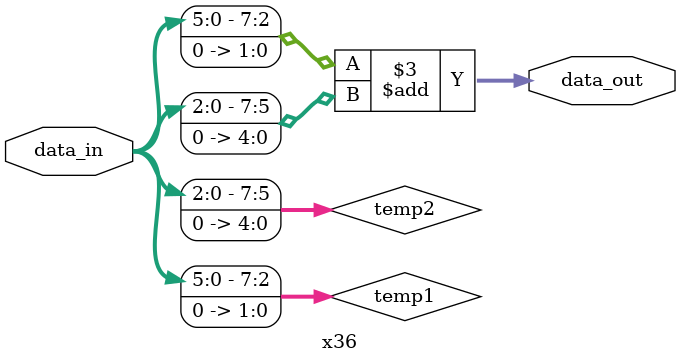
<source format=v>
module x36(data_in, data_out);

    input [7:0] data_in;
    output [7:0] data_out;

    wire [7:0] temp1;
    wire [7:0] temp2;

    assign temp1 = data_in << 2;
    assign temp2 = data_in << 5;

    assign data_out = temp1 + temp2;

endmodule

</source>
